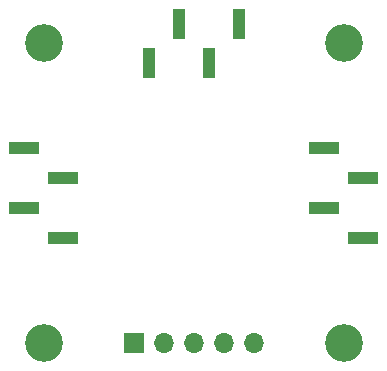
<source format=gbr>
%TF.GenerationSoftware,KiCad,Pcbnew,(5.99.0-3341-g150dc429c)*%
%TF.CreationDate,2020-09-14T09:08:56+02:00*%
%TF.ProjectId,loadCell,6c6f6164-4365-46c6-9c2e-6b696361645f,rev?*%
%TF.SameCoordinates,Original*%
%TF.FileFunction,Soldermask,Top*%
%TF.FilePolarity,Negative*%
%FSLAX46Y46*%
G04 Gerber Fmt 4.6, Leading zero omitted, Abs format (unit mm)*
G04 Created by KiCad (PCBNEW (5.99.0-3341-g150dc429c)) date 2020-09-14 09:08:56*
%MOMM*%
%LPD*%
G01*
G04 APERTURE LIST*
%ADD10O,1.700000X1.700000*%
%ADD11R,1.700000X1.700000*%
%ADD12R,2.510000X1.000000*%
%ADD13R,1.000000X2.510000*%
%ADD14C,3.200000*%
G04 APERTURE END LIST*
D10*
%TO.C,J4*%
X132080000Y-63500000D03*
X129540000Y-63500000D03*
X127000000Y-63500000D03*
X124460000Y-63500000D03*
D11*
X121920000Y-63500000D03*
%TD*%
D12*
%TO.C,J3*%
X141355000Y-54610000D03*
X141355000Y-49530000D03*
X138045000Y-52070000D03*
X138045000Y-46990000D03*
%TD*%
D13*
%TO.C,J2*%
X130810000Y-36445000D03*
X125730000Y-36445000D03*
X128270000Y-39755000D03*
X123190000Y-39755000D03*
%TD*%
D12*
%TO.C,J1*%
X112645000Y-46990000D03*
X112645000Y-52070000D03*
X115955000Y-49530000D03*
X115955000Y-54610000D03*
%TD*%
D14*
%TO.C,H4*%
X139700000Y-38100000D03*
%TD*%
%TO.C,H3*%
X139700000Y-63500000D03*
%TD*%
%TO.C,H2*%
X114300000Y-38100000D03*
%TD*%
%TO.C,H1*%
X114300000Y-63500000D03*
%TD*%
M02*

</source>
